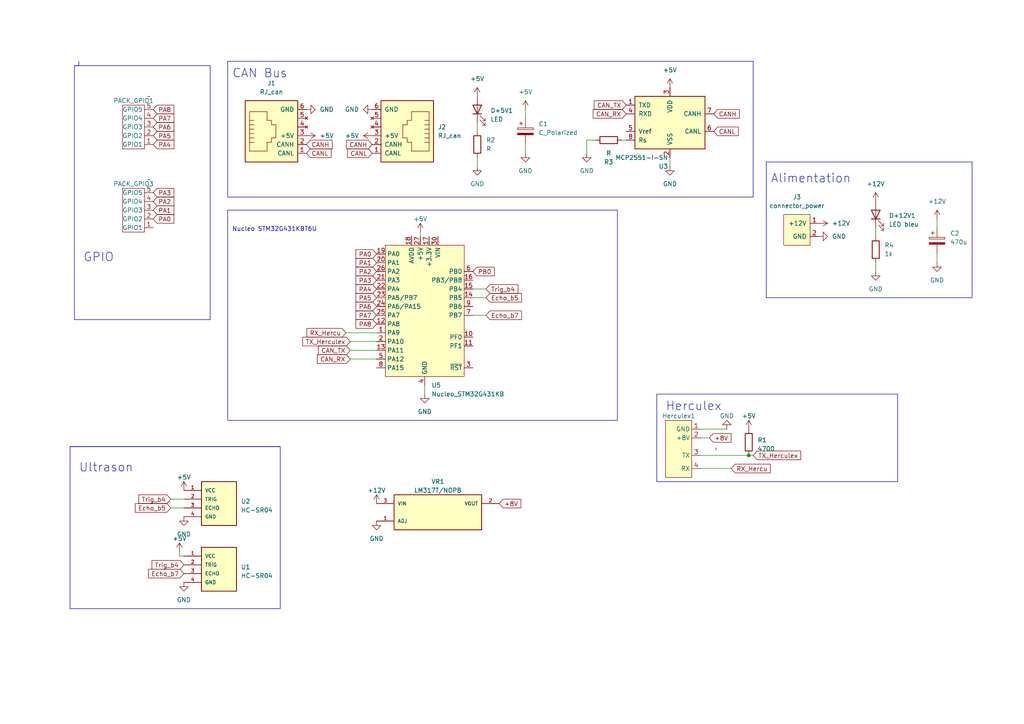
<source format=kicad_sch>
(kicad_sch (version 20230121) (generator eeschema)
  (paper "A4")
  (lib_symbols
    (symbol "+12V_1" (power) (pin_names (offset 0))
      (property "Value" "+12V_1" (at 0 3.556 0))
      (symbol "+12V_1_0_1"
        (polyline (pts (xy -0.762 1.27) (xy 0 2.54)))
        (polyline (pts (xy 0 0) (xy 0 2.54)))
        (polyline (pts (xy 0 2.54) (xy 0.762 1.27)))
      )
      (symbol "+12V_1_1_1"
        (pin power_in line (at 0 0 90) (length 0) hide (name "+12V") (number "1"))
      )
    )
    (symbol "+5V_1" (power) (pin_names (offset 0))
      (property "Value" "+5V_1" (at 0 3.556 0))
      (symbol "+5V_1_0_1"
        (polyline (pts (xy -0.762 1.27) (xy 0 2.54)))
        (polyline (pts (xy 0 0) (xy 0 2.54)))
        (polyline (pts (xy 0 2.54) (xy 0.762 1.27)))
      )
      (symbol "+5V_1_1_1"
        (pin power_in line (at 0 0 90) (length 0) hide (name "+5V") (number "1"))
      )
    )
    (symbol "+5V_2" (power) (pin_names (offset 0))
      (property "Value" "+5V_2" (at 0 3.556 0))
      (symbol "+5V_2_0_1"
        (polyline (pts (xy -0.762 1.27) (xy 0 2.54)))
        (polyline (pts (xy 0 0) (xy 0 2.54)))
        (polyline (pts (xy 0 2.54) (xy 0.762 1.27)))
      )
      (symbol "+5V_2_1_1"
        (pin power_in line (at 0 0 90) (length 0) hide (name "+5V") (number "1"))
      )
    )
    (symbol "+5V_3" (power) (pin_names (offset 0))
      (property "Value" "+5V_3" (at 0 3.556 0))
      (symbol "+5V_3_0_1"
        (polyline (pts (xy -0.762 1.27) (xy 0 2.54)))
        (polyline (pts (xy 0 0) (xy 0 2.54)))
        (polyline (pts (xy 0 2.54) (xy 0.762 1.27)))
      )
      (symbol "+5V_3_1_1"
        (pin power_in line (at 0 0 90) (length 0) hide (name "+5V") (number "1"))
      )
    )
    (symbol "+5V_4" (power) (pin_names (offset 0))
      (property "Value" "+5V_4" (at 0 3.556 0))
      (symbol "+5V_4_0_1"
        (polyline (pts (xy -0.762 1.27) (xy 0 2.54)))
        (polyline (pts (xy 0 0) (xy 0 2.54)))
        (polyline (pts (xy 0 2.54) (xy 0.762 1.27)))
      )
      (symbol "+5V_4_1_1"
        (pin power_in line (at 0 0 90) (length 0) hide (name "+5V") (number "1"))
      )
    )
    (symbol "Device:C_Polarized" (pin_numbers hide) (pin_names (offset 0.254))
      (property "Reference" "C" (at 0.635 2.54 0))
      (property "Value" "C_Polarized" (at 0.635 -2.54 0))
      (symbol "C_Polarized_0_1"
        (rectangle (start -2.286 0.508) (end 2.286 1.016))
        (polyline (pts (xy -1.778 2.286) (xy -0.762 2.286)))
        (polyline (pts (xy -1.27 2.794) (xy -1.27 1.778)))
        (rectangle (start 2.286 -0.508) (end -2.286 -1.016) (fill (type outline)))
      )
      (symbol "C_Polarized_1_1"
        (pin passive line (at 0 3.81 270) (length 2.794) (name "~") (number "1"))
        (pin passive line (at 0 -3.81 90) (length 2.794) (name "~") (number "2"))
      )
    )
    (symbol "Device:LED" (pin_numbers hide) (pin_names (offset 1.016) hide)
      (property "Reference" "D" (at 0 2.54 0))
      (property "Value" "LED" (at 0 -2.54 0))
      (symbol "LED_0_1"
        (polyline (pts (xy -1.27 -1.27) (xy -1.27 1.27)) (stroke (width 0.254)))
        (polyline (pts (xy -1.27 0) (xy 1.27 0)))
        (polyline (pts (xy 1.27 -1.27) (xy 1.27 1.27) (xy -1.27 0) (xy 1.27 -1.27)) (stroke (width 0.254)))
        (polyline (pts (xy -3.048 -0.762) (xy -4.572 -2.286) (xy -3.81 -2.286) (xy -4.572 -2.286) (xy -4.572 -1.524)))
        (polyline (pts (xy -1.778 -0.762) (xy -3.302 -2.286) (xy -2.54 -2.286) (xy -3.302 -2.286) (xy -3.302 -1.524)))
      )
      (symbol "LED_1_1"
        (pin passive line (at -3.81 0 0) (length 2.54) (name "K") (number "1"))
        (pin passive line (at 3.81 0 180) (length 2.54) (name "A") (number "2"))
      )
    )
    (symbol "Device:R" (pin_numbers hide) (pin_names (offset 0))
      (property "Reference" "R" (at 2.032 0 90))
      (property "Value" "R" (at 0 0 90))
      (symbol "R_0_1"
        (rectangle (start -1.016 -2.54) (end 1.016 2.54) (stroke (width 0.254)))
      )
      (symbol "R_1_1"
        (pin passive line (at 0 3.81 270) (length 1.27) (name "~") (number "1"))
        (pin passive line (at 0 -3.81 90) (length 1.27) (name "~") (number "2"))
      )
    )
    (symbol "GND_1" (power) (pin_names (offset 0))
      (property "Value" "GND_1" (at 0 -3.81 0))
      (symbol "GND_1_0_1"
        (polyline (pts (xy 0 0) (xy 0 -1.27) (xy 1.27 -1.27) (xy 0 -2.54) (xy -1.27 -1.27) (xy 0 -1.27)))
      )
      (symbol "GND_1_1_1"
        (pin power_in line (at 0 0 270) (length 0) hide (name "GND") (number "1"))
      )
    )
    (symbol "GND_2" (power) (pin_names (offset 0))
      (property "Value" "GND_2" (at 0 -3.81 0))
      (symbol "GND_2_0_1"
        (polyline (pts (xy 0 0) (xy 0 -1.27) (xy 1.27 -1.27) (xy 0 -2.54) (xy -1.27 -1.27) (xy 0 -1.27)))
      )
      (symbol "GND_2_1_1"
        (pin power_in line (at 0 0 270) (length 0) hide (name "GND") (number "1"))
      )
    )
    (symbol "GND_3" (power) (pin_names (offset 0))
      (property "Value" "GND_3" (at 0 -3.81 0))
      (symbol "GND_3_0_1"
        (polyline (pts (xy 0 0) (xy 0 -1.27) (xy 1.27 -1.27) (xy 0 -2.54) (xy -1.27 -1.27) (xy 0 -1.27)))
      )
      (symbol "GND_3_1_1"
        (pin power_in line (at 0 0 270) (length 0) hide (name "GND") (number "1"))
      )
    )
    (symbol "GND_4" (power) (pin_names (offset 0))
      (property "Value" "GND_4" (at 0 -3.81 0))
      (symbol "GND_4_0_1"
        (polyline (pts (xy 0 0) (xy 0 -1.27) (xy 1.27 -1.27) (xy 0 -2.54) (xy -1.27 -1.27) (xy 0 -1.27)))
      )
      (symbol "GND_4_1_1"
        (pin power_in line (at 0 0 270) (length 0) hide (name "GND") (number "1"))
      )
    )
    (symbol "GND_5" (power) (pin_names (offset 0))
      (property "Value" "GND_5" (at 0 -3.81 0))
      (symbol "GND_5_0_1"
        (polyline (pts (xy 0 0) (xy 0 -1.27) (xy 1.27 -1.27) (xy 0 -2.54) (xy -1.27 -1.27) (xy 0 -1.27)))
      )
      (symbol "GND_5_1_1"
        (pin power_in line (at 0 0 270) (length 0) hide (name "GND") (number "1"))
      )
    )
    (symbol "HC-SR04:HC-SR04" (pin_names (offset 1.016))
      (property "Reference" "U" (at 0 5.0813 0))
      (property "Value" "HC-SR04" (at 0 -10.163 0))
      (symbol "HC-SR04_0_0"
        (rectangle (start 0 -7.62) (end 10.16 5.08) (stroke (width 0.254)) (fill (type background)))
        (pin power_in line (at -5.08 2.54 0) (length 5.08) (name "VCC") (number "1"))
        (pin bidirectional line (at -5.08 0 0) (length 5.08) (name "TRIG") (number "2"))
        (pin bidirectional line (at -5.08 -2.54 0) (length 5.08) (name "ECHO") (number "3"))
        (pin power_in line (at -5.08 -5.08 0) (length 5.08) (name "GND") (number "4"))
      )
    )
    (symbol "Interface_CAN_LIN:MCP2551-I-SN" (pin_names (offset 1.016))
      (property "Reference" "U" (at -10.16 8.89 0))
      (property "Value" "MCP2551-I-SN" (at 2.54 8.89 0))
      (symbol "MCP2551-I-SN_0_1"
        (rectangle (start -10.16 7.62) (end 10.16 -7.62) (stroke (width 0.254)) (fill (type background)))
      )
      (symbol "MCP2551-I-SN_1_1"
        (pin input line (at -12.7 5.08 0) (length 2.54) (name "TXD") (number "1"))
        (pin power_in line (at 0 -10.16 90) (length 2.54) (name "VSS") (number "2"))
        (pin power_in line (at 0 10.16 270) (length 2.54) (name "VDD") (number "3"))
        (pin output line (at -12.7 2.54 0) (length 2.54) (name "RXD") (number "4"))
        (pin power_out line (at -12.7 -2.54 0) (length 2.54) (name "Vref") (number "5"))
        (pin bidirectional line (at 12.7 -2.54 180) (length 2.54) (name "CANL") (number "6"))
        (pin bidirectional line (at 12.7 2.54 180) (length 2.54) (name "CANH") (number "7"))
        (pin input line (at -12.7 -5.08 0) (length 2.54) (name "Rs") (number "8"))
      )
    )
    (symbol "LM317T_NOPB:LM317T{slash}NOPB" (pin_names (offset 1.016))
      (property "Reference" "VR" (at -12.7 5.842 0))
      (property "Value" "LM317T{slash}NOPB" (at -12.7 -5.842 0))
      (symbol "LM317T{slash}NOPB_0_0"
        (rectangle (start -12.7 -5.08) (end 12.7 5.08) (stroke (width 0.254)) (fill (type background)))
        (pin passive line (at -17.78 -2.54 0) (length 5.08) (name "ADJ") (number "1"))
        (pin output line (at 17.78 2.54 180) (length 5.08) (name "VOUT") (number "2"))
        (pin input line (at -17.78 2.54 0) (length 5.08) (name "VIN") (number "3"))
      )
    )
    (symbol "PCM_Robot:Nucleo_STM32G431KB"
      (property "Reference" "U" (at 16.51 21.59 0))
      (property "Value" "Nucleo_STM32G431KB" (at 22.86 19.05 0))
      (symbol "Nucleo_STM32G431KB_0_1"
        (rectangle (start -11.43 19.05) (end 11.43 -19.05) (fill (type background)))
      )
      (symbol "Nucleo_STM32G431KB_1_1"
        (pin bidirectional line (at -13.97 -6.35 0) (length 2.54) (name "PA9") (number "1"))
        (pin bidirectional line (at 13.97 -7.62 180) (length 2.54) (name "PF0") (number "10"))
        (pin bidirectional line (at 13.97 -10.16 180) (length 2.54) (name "PF1") (number "11"))
        (pin bidirectional line (at -13.97 -3.81 0) (length 2.54) (name "PA8") (number "12"))
        (pin bidirectional line (at -13.97 -11.43 0) (length 2.54) (name "PA11") (number "13"))
        (pin bidirectional line (at 13.97 3.81 180) (length 2.54) (name "PB5") (number "14"))
        (pin bidirectional line (at 13.97 6.35 180) (length 2.54) (name "PB4") (number "15"))
        (pin bidirectional line (at 13.97 8.89 180) (length 2.54) (name "PB3/PB8") (number "16"))
        (pin power_in line (at 1.27 21.59 270) (length 2.54) (name "+3.3V") (number "17"))
        (pin power_in line (at -3.81 21.59 270) (length 2.54) (name "AVDD") (number "18"))
        (pin bidirectional line (at -13.97 16.51 0) (length 2.54) (name "PA0") (number "19"))
        (pin bidirectional line (at -13.97 -8.89 0) (length 2.54) (name "PA10") (number "2"))
        (pin bidirectional line (at -13.97 13.97 0) (length 2.54) (name "PA1") (number "20"))
        (pin bidirectional line (at -13.97 8.89 0) (length 2.54) (name "PA3") (number "21"))
        (pin bidirectional line (at -13.97 6.35 0) (length 2.54) (name "PA4") (number "22"))
        (pin bidirectional line (at -13.97 3.81 0) (length 2.54) (name "PA5/PB7") (number "23"))
        (pin bidirectional line (at -13.97 1.27 0) (length 2.54) (name "PA6/PA15") (number "24"))
        (pin bidirectional line (at -13.97 -1.27 0) (length 2.54) (name "PA7") (number "25"))
        (pin bidirectional line (at -13.97 11.43 0) (length 2.54) (name "PA2") (number "26"))
        (pin power_in line (at -1.27 21.59 270) (length 2.54) (name "+5V") (number "27"))
        (pin passive line (at 13.97 -16.51 180) (length 2.54) hide (name "~{RST}") (number "28"))
        (pin passive line (at 0 -21.59 90) (length 2.54) hide (name "GND") (number "29"))
        (pin bidirectional line (at 13.97 -16.51 180) (length 2.54) (name "~{RST}") (number "3"))
        (pin power_in line (at 3.81 21.59 270) (length 2.54) (name "VIN") (number "30"))
        (pin power_in line (at 0 -21.59 90) (length 2.54) (name "GND") (number "4"))
        (pin bidirectional line (at -13.97 -13.97 0) (length 2.54) (name "PA12") (number "5"))
        (pin bidirectional line (at 13.97 11.43 180) (length 2.54) (name "PB0") (number "6"))
        (pin bidirectional line (at 13.97 -1.27 180) (length 2.54) (name "PB7") (number "7"))
        (pin bidirectional line (at -13.97 -16.51 0) (length 2.54) (name "PA15") (number "8"))
        (pin bidirectional line (at 13.97 1.27 180) (length 2.54) (name "PB6") (number "9"))
      )
    )
    (symbol "Robot:RJ_can" (pin_names (offset 1.016))
      (property "Reference" "J1" (at 0 15.24 0))
      (property "Value" "RJ_can" (at 0 12.7 0))
      (symbol "RJ_can_0_1"
        (polyline (pts (xy -6.35 -1.905) (xy -5.08 -1.905) (xy -5.08 -1.905)))
        (polyline (pts (xy -6.35 -0.635) (xy -5.08 -0.635) (xy -5.08 -0.635)))
        (polyline (pts (xy -6.35 0.635) (xy -5.08 0.635) (xy -5.08 0.635)))
        (polyline (pts (xy -6.35 1.905) (xy -5.08 1.905) (xy -5.08 1.905)))
        (polyline (pts (xy -6.35 3.175) (xy -5.08 3.175) (xy -5.08 3.175)))
        (polyline (pts (xy -5.08 4.445) (xy -6.35 4.445) (xy -6.35 4.445)))
        (polyline (pts (xy -6.35 -4.445) (xy -6.35 6.985) (xy -1.27 6.985) (xy -1.27 4.445) (xy 0 4.445) (xy 0 3.175) (xy 1.27 3.175) (xy 1.27 -0.635) (xy 0 -0.635) (xy 0 -1.905) (xy -1.27 -1.905) (xy -1.27 -4.445) (xy -6.35 -4.445) (xy -6.35 -4.445)))
        (rectangle (start 7.62 10.16) (end -7.62 -7.62) (stroke (width 0.254)) (fill (type background)))
      )
      (symbol "RJ_can_1_1"
        (pin bidirectional line (at 10.16 -5.08 180) (length 2.54) (name "CANL") (number "1"))
        (pin passive line (at 10.16 -2.54 180) (length 2.54) (name "CANH") (number "2"))
        (pin power_out line (at 10.16 0 180) (length 2.54) (name "+5V") (number "3"))
        (pin no_connect line (at 10.16 2.54 180) (length 2.54) (name "") (number "4"))
        (pin no_connect line (at 10.16 5.08 180) (length 2.54) (name "~") (number "5"))
        (pin power_out line (at 10.16 7.62 180) (length 2.54) (name "GND") (number "6"))
      )
    )
    (symbol "Robot:connector_power" (pin_names (offset 1))
      (property "Reference" "J" (at 0 0 0))
      (property "Value" "connector_power" (at 0 1.905 0))
      (symbol "connector_power_0_1"
        (rectangle (start -6.35 -1.27) (end 1.27 -10.16) (fill (type background)))
      )
      (symbol "connector_power_1_1"
        (pin power_out line (at 3.81 -3.81 180) (length 2.54) (name "+12V") (number "1"))
        (pin power_out line (at 3.81 -7.62 180) (length 2.54) (name "GND") (number "2"))
      )
    )
    (symbol "club_robot_claudia_sym:GPIO"
      (property "Reference" "PACK_GPIO" (at 1.27 0 0))
      (symbol "GPIO_0_1"
        (rectangle (start -3.81 -15.24) (end 2.54 -2.54))
      )
      (symbol "GPIO_1_1"
        (pin output line (at 5.08 -13.97 180) (length 2.54) (name "GPIO1") (number "1"))
        (pin output line (at 5.08 -11.43 180) (length 2.54) (name "GPIO2") (number "2"))
        (pin output line (at 5.08 -8.89 180) (length 2.54) (name "GPIO3") (number "3"))
        (pin output line (at 5.08 -6.35 180) (length 2.54) (name "GPIO4") (number "4"))
        (pin output line (at 5.08 -3.81 180) (length 2.54) (name "GPIO5") (number "5"))
      )
    )
    (symbol "club_robot_claudia_sym:herculex"
      (property "Reference" "Herculex" (at -10.16 5.08 0))
      (symbol "herculex_0_1"
        (rectangle (start -13.97 3.81) (end -6.35 -12.7) (fill (type background)))
      )
      (symbol "herculex_1_1"
        (pin power_in line (at -3.81 1.27 180) (length 2.54) (name "GND") (number "1"))
        (pin power_in line (at -3.81 -1.27 180) (length 2.54) (name "+8V") (number "2"))
        (pin output line (at -3.81 -6.35 180) (length 2.54) (name "TX") (number "3"))
        (pin output line (at -3.81 -10.16 180) (length 2.54) (name "RX") (number "4"))
      )
    )
    (symbol "power:+12V" (power) (pin_names (offset 0))
      (property "Value" "+12V" (at 0 3.556 0))
      (symbol "+12V_0_1"
        (polyline (pts (xy -0.762 1.27) (xy 0 2.54)))
        (polyline (pts (xy 0 0) (xy 0 2.54)))
        (polyline (pts (xy 0 2.54) (xy 0.762 1.27)))
      )
      (symbol "+12V_1_1"
        (pin power_in line (at 0 0 90) (length 0) hide (name "+12V") (number "1"))
      )
    )
    (symbol "power:+5V" (power) (pin_names (offset 0))
      (property "Value" "+5V" (at 0 3.556 0))
      (symbol "+5V_0_1"
        (polyline (pts (xy -0.762 1.27) (xy 0 2.54)))
        (polyline (pts (xy 0 0) (xy 0 2.54)))
        (polyline (pts (xy 0 2.54) (xy 0.762 1.27)))
      )
      (symbol "+5V_1_1"
        (pin power_in line (at 0 0 90) (length 0) hide (name "+5V") (number "1"))
      )
    )
    (symbol "power:GND" (power) (pin_names (offset 0))
      (property "Value" "GND" (at 0 -3.81 0))
      (symbol "GND_0_1"
        (polyline (pts (xy 0 0) (xy 0 -1.27) (xy 1.27 -1.27) (xy 0 -2.54) (xy -1.27 -1.27) (xy 0 -1.27)))
      )
      (symbol "GND_1_1"
        (pin power_in line (at 0 0 270) (length 0) hide (name "GND") (number "1"))
      )
    )
  )
  (junction (at 217.17 132.08))
  (polyline (pts (xy 281.94 86.36) (xy 222.25 86.36)))
  (polyline (pts (xy 60.96 19.05) (xy 60.96 92.71)))
  (wire (pts (xy 49.53 147.32) (xy 53.34 147.32)))
  (wire (pts (xy 254 66.04) (xy 254 68.58)))
  (wire (pts (xy 140.97 91.44) (xy 137.16 91.44)))
  (wire (pts (xy 49.53 144.78) (xy 53.34 144.78)))
  (wire (pts (xy 138.43 45.72) (xy 138.43 48.26)))
  (wire (pts (xy 210.82 124.46) (xy 203.2 124.46)))
  (wire (pts (xy 254 76.2) (xy 254 78.74)))
  (wire (pts (xy 152.4 41.91) (xy 152.4 44.45)))
  (polyline (pts (xy 81.28 129.54) (xy 81.28 176.53)))
  (wire (pts (xy 218.44 132.08) (xy 217.17 132.08)))
  (wire (pts (xy 140.97 83.82) (xy 137.16 83.82)))
  (polyline (pts (xy 81.28 176.53) (xy 20.32 176.53)))
  (wire (pts (xy 101.6 99.06) (xy 109.22 99.06)))
  (polyline (pts (xy 20.32 129.54) (xy 81.28 129.54)))
  (polyline (pts (xy 222.25 46.99) (xy 222.25 86.36)))
  (wire (pts (xy 205.74 127) (xy 203.2 127)))
  (wire (pts (xy 180.34 40.64) (xy 181.61 40.64)))
  (polyline (pts (xy 22.86 19.05) (xy 22.86 17.78)))
  (polyline (pts (xy 218.44 17.78) (xy 218.44 57.15)))
  (wire (pts (xy 101.6 101.6) (xy 109.22 101.6)))
  (wire (pts (xy 152.4 31.75) (xy 152.4 34.29)))
  (polyline (pts (xy 21.59 92.71) (xy 21.59 19.05)))
  (wire (pts (xy 101.6 104.14) (xy 109.22 104.14)))
  (polyline (pts (xy 222.25 46.99) (xy 281.94 46.99)))
  (wire (pts (xy 271.78 73.66) (xy 271.78 76.2)))
  (wire (pts (xy 100.33 96.52) (xy 109.22 96.52)))
  (wire (pts (xy 121.92 67.31) (xy 121.92 68.58)))
  (wire (pts (xy 123.19 111.76) (xy 123.19 114.3)))
  (wire (pts (xy 217.17 132.08) (xy 203.2 132.08)))
  (wire (pts (xy 194.31 48.26) (xy 194.31 45.72)))
  (polyline (pts (xy 66.04 17.78) (xy 66.04 57.15)))
  (polyline (pts (xy 21.59 19.05) (xy 60.96 19.05)))
  (wire (pts (xy 212.09 135.89) (xy 203.2 135.89)))
  (wire (pts (xy 140.97 86.36) (xy 137.16 86.36)))
  (wire (pts (xy 53.34 161.29) (xy 52.07 161.29)))
  (polyline (pts (xy 218.44 57.15) (xy 66.04 57.15)))
  (wire (pts (xy 170.18 40.64) (xy 172.72 40.64)))
  (polyline (pts (xy 21.59 19.05) (xy 22.86 19.05)))
  (wire (pts (xy 271.78 63.5) (xy 271.78 66.04)))
  (wire (pts (xy 52.07 161.29) (xy 52.07 160.02)))
  (wire (pts (xy 170.18 44.45) (xy 170.18 40.64)))
  (polyline (pts (xy 281.94 46.99) (xy 281.94 86.36)))
  (polyline (pts (xy 20.32 176.53) (xy 20.32 129.54)))
  (polyline (pts (xy 60.96 92.71) (xy 21.59 92.71)))
  (wire (pts (xy 138.43 35.56) (xy 138.43 38.1)))
  (polyline (pts (xy 66.04 17.78) (xy 218.44 17.78)))
  (polyline (pts (xy 20.32 129.54) (xy 81.28 129.54)))
  (rectangle (start 190.5 114.3) (end 260.35 139.7))
  (rectangle (start 66.04 60.96) (end 179.07 121.92))
  (text "Herculex\n" (at 193.04 119.38 0) (effects (font (size 2.49 2.49)) (justify left bottom)))
  (text "Alimentation" (at 223.52 53.34 0) (effects (font (size 2.49 2.49)) (justify left bottom)))
  (text "CAN Bus" (at 67.31 22.86 0) (effects (font (size 2.49 2.49)) (justify left bottom)))
  (text "Ultrason\n" (at 22.86 137.16 0) (effects (font (size 2.49 2.49)) (justify left bottom)))
  (text "GPIO\n" (at 24.13 76.2 0) (effects (font (size 2.49 2.49)) (justify left bottom)))
  (text "Nucleo STM32G431KBT6U" (at 67.31 67.31 0) (effects (font (size 1.27 1.27)) (justify left bottom)))
  (global_label "PA8" (shape input) (at 44.45 31.75 0) (property "Intersheetrefs" "${INTERSHEET_REFS}" (effects hide)))
  (global_label "PA2" (shape input) (at 109.22 78.74 180) (property "Intersheetrefs" "${INTERSHEET_REFS}" (effects hide)))
  (global_label "+8V" (shape input) (at 205.74 127 0) (property "Intersheetrefs" "${INTERSHEET_REFS}" (effects hide)))
  (global_label "CAN_RX" (shape input) (at 101.6 104.14 180) (property "Intersheetrefs" "${INTERSHEET_REFS}" (effects hide)) (property "Références Inter-Feuilles" "${INTERSHEET_REFS}" (effects hide)))
  (global_label "CAN_TX" (shape input) (at 101.6 101.6 180) (property "Intersheetrefs" "${INTERSHEET_REFS}" (effects hide)) (property "Références Inter-Feuilles" "${INTERSHEET_REFS}" (effects hide)))
  (global_label "Echo_b7" (shape input) (at 140.97 91.44 0) (property "Intersheetrefs" "${INTERSHEET_REFS}" (effects hide)))
  (global_label "PA4" (shape input) (at 44.45 41.91 0) (property "Intersheetrefs" "${INTERSHEET_REFS}" (effects hide)))
  (global_label "PA5" (shape input) (at 109.22 86.36 180) (property "Intersheetrefs" "${INTERSHEET_REFS}" (effects hide)))
  (global_label "CANH" (shape input) (at 207.01 33.02 0) (property "Intersheetrefs" "${INTERSHEET_REFS}" (effects hide)) (property "Références Inter-Feuilles" "${INTERSHEET_REFS}" (effects hide)))
  (global_label "PA5" (shape input) (at 44.45 39.37 0) (property "Intersheetrefs" "${INTERSHEET_REFS}" (effects hide)))
  (global_label "RX_Hercu" (shape input) (at 100.33 96.52 180) (property "Intersheetrefs" "${INTERSHEET_REFS}" (effects hide)))
  (global_label "CAN_TX" (shape input) (at 181.61 30.48 180) (property "Intersheetrefs" "${INTERSHEET_REFS}" (effects hide)) (property "Références Inter-Feuilles" "${INTERSHEET_REFS}" (effects hide)))
  (global_label "PA0" (shape input) (at 109.22 73.66 180) (property "Intersheetrefs" "${INTERSHEET_REFS}" (effects hide)))
  (global_label "Echo_b5" (shape input) (at 140.97 86.36 0) (property "Intersheetrefs" "${INTERSHEET_REFS}" (effects hide)))
  (global_label "PA1" (shape input) (at 109.22 76.2 180) (property "Intersheetrefs" "${INTERSHEET_REFS}" (effects hide)))
  (global_label "Trig_b4" (shape input) (at 140.97 83.82 0) (property "Intersheetrefs" "${INTERSHEET_REFS}" (effects hide)))
  (global_label "PA6" (shape input) (at 44.45 36.83 0) (property "Intersheetrefs" "${INTERSHEET_REFS}" (effects hide)))
  (global_label "PA2" (shape input) (at 44.45 58.42 0) (property "Intersheetrefs" "${INTERSHEET_REFS}" (effects hide)))
  (global_label "PA3" (shape input) (at 44.45 55.88 0) (property "Intersheetrefs" "${INTERSHEET_REFS}" (effects hide)))
  (global_label "Trig_b4" (shape input) (at 53.34 163.83 180) (property "Intersheetrefs" "${INTERSHEET_REFS}" (effects hide)))
  (global_label "CANL" (shape input) (at 107.95 44.45 180) (property "Intersheetrefs" "${INTERSHEET_REFS}" (effects hide)) (property "Références Inter-Feuilles" "${INTERSHEET_REFS}" (effects hide)))
  (global_label "PA7" (shape input) (at 109.22 91.44 180) (property "Intersheetrefs" "${INTERSHEET_REFS}" (effects hide)))
  (global_label "TX_Herculex" (shape input) (at 101.6 99.06 180) (property "Intersheetrefs" "${INTERSHEET_REFS}" (effects hide)))
  (global_label "PA0" (shape input) (at 44.45 63.5 0) (property "Intersheetrefs" "${INTERSHEET_REFS}" (effects hide)))
  (global_label "PA6" (shape input) (at 109.22 88.9 180) (property "Intersheetrefs" "${INTERSHEET_REFS}" (effects hide)))
  (global_label "Echo_b7" (shape input) (at 53.34 166.37 180) (property "Intersheetrefs" "${INTERSHEET_REFS}" (effects hide)))
  (global_label "Trig_b4" (shape input) (at 49.53 144.78 180) (property "Intersheetrefs" "${INTERSHEET_REFS}" (effects hide)))
  (global_label "CAN_RX" (shape input) (at 181.61 33.02 180) (property "Intersheetrefs" "${INTERSHEET_REFS}" (effects hide)) (property "Références Inter-Feuilles" "${INTERSHEET_REFS}" (effects hide)))
  (global_label "RX_Hercu" (shape input) (at 212.09 135.89 0) (property "Intersheetrefs" "${INTERSHEET_REFS}" (effects hide)))
  (global_label "CANH" (shape input) (at 88.9 41.91 0) (property "Intersheetrefs" "${INTERSHEET_REFS}" (effects hide)) (property "Références Inter-Feuilles" "${INTERSHEET_REFS}" (effects hide)))
  (global_label "+8V" (shape input) (at 144.78 146.05 0) (property "Intersheetrefs" "${INTERSHEET_REFS}" (effects hide)))
  (global_label "CANL" (shape input) (at 207.01 38.1 0) (property "Intersheetrefs" "${INTERSHEET_REFS}" (effects hide)) (property "Références Inter-Feuilles" "${INTERSHEET_REFS}" (effects hide)))
  (global_label "PA3" (shape input) (at 109.22 81.28 180) (property "Intersheetrefs" "${INTERSHEET_REFS}" (effects hide)))
  (global_label "PA4" (shape input) (at 109.22 83.82 180) (property "Intersheetrefs" "${INTERSHEET_REFS}" (effects hide)))
  (global_label "Echo_b5" (shape input) (at 49.53 147.32 180) (property "Intersheetrefs" "${INTERSHEET_REFS}" (effects hide)))
  (global_label "CANL" (shape input) (at 88.9 44.45 0) (property "Intersheetrefs" "${INTERSHEET_REFS}" (effects hide)) (property "Références Inter-Feuilles" "${INTERSHEET_REFS}" (effects hide)))
  (global_label "PA8" (shape input) (at 109.22 93.98 180) (property "Intersheetrefs" "${INTERSHEET_REFS}" (effects hide)))
  (global_label "CANH" (shape input) (at 107.95 41.91 180) (property "Intersheetrefs" "${INTERSHEET_REFS}" (effects hide)) (property "Références Inter-Feuilles" "${INTERSHEET_REFS}" (effects hide)))
  (global_label "PA7" (shape input) (at 44.45 34.29 0) (property "Intersheetrefs" "${INTERSHEET_REFS}" (effects hide)))
  (global_label "TX_Herculex" (shape input) (at 218.44 132.08 0) (property "Intersheetrefs" "${INTERSHEET_REFS}" (effects hide)))
  (global_label "PB0" (shape input) (at 137.16 78.74 0) (property "Intersheetrefs" "${INTERSHEET_REFS}" (effects hide)))
  (global_label "PA1" (shape input) (at 44.45 60.96 0) (property "Intersheetrefs" "${INTERSHEET_REFS}" (effects hide)))
  (symbol (lib_id "power:+5V") (at 107.95 39.37 90) (unit 1)
    (property "Reference" "#PWR014" (effects hide))
    (property "Value" "+5V" (at 104.14 39.3699 90) (effects (justify left)))
  )
  (symbol (lib_id "HC-SR04:HC-SR04") (at 58.42 163.83 0) (unit 1)
    (property "Reference" "U1" (at 69.85 164.465 0) (effects (justify left)))
    (property "Value" "HC-SR04" (at 69.85 167.005 0) (effects (justify left)))
    (property "Footprint" "XCVR_HC-SR04" (effects hide))
    (property "MANUFACTURER" "Osepp" (effects hide))
  )
  (symbol (lib_id "Device:LED") (at 138.43 31.75 90) (unit 1)
    (property "Reference" "D+5V1" (at 142.24 32.0674 90) (effects (justify right)))
    (property "Value" "LED" (at 142.24 34.6074 90) (effects (justify right)))
    (property "Footprint" "LED_THT:LED_D5.0mm" (effects hide))
  )
  (symbol (lib_id "power:GND") (at 170.18 44.45 0) (unit 1)
    (property "Reference" "#PWR019" (effects hide))
    (property "Value" "GND" (at 170.18 49.53 0))
  )
  (symbol (lib_name "+5V_2") (lib_id "power:+5V") (at 52.07 160.02 0) (unit 1)
    (property "Reference" "#PWR05" (effects hide))
    (property "Value" "+5V" (at 52.07 156.21 0))
  )
  (symbol (lib_id "power:GND") (at 152.4 44.45 0) (unit 1)
    (property "Reference" "#PWR018" (effects hide))
    (property "Value" "GND" (at 152.4 49.53 0))
  )
  (symbol (lib_id "power:GND") (at 88.9 31.75 90) (unit 1)
    (property "Reference" "#PWR011" (effects hide))
    (property "Value" "GND" (at 92.71 31.7499 90) (effects (justify right)))
  )
  (symbol (lib_id "power:GND") (at 194.31 48.26 0) (unit 1)
    (property "Reference" "#PWR021" (effects hide))
    (property "Value" "GND" (at 194.31 53.34 0))
  )
  (symbol (lib_id "power:GND") (at 254 78.74 0) (unit 1)
    (property "Reference" "#PWR0108" (effects hide))
    (property "Value" "GND" (at 254 83.82 0))
  )
  (symbol (lib_name "+5V_4") (lib_id "power:+5V") (at 217.17 124.46 0) (unit 1)
    (property "Reference" "#PWR010" (effects hide))
    (property "Value" "+5V" (at 217.17 120.65 0))
  )
  (symbol (lib_id "Robot:RJ_can") (at 118.11 39.37 0) (mirror y) (unit 1)
    (property "Reference" "J2" (at 127 36.8299 0) (effects (justify right)))
    (property "Value" "RJ_can" (at 127 39.3699 0) (effects (justify right)))
    (property "Footprint" "Robot:RJ12" (effects hide))
    (property "Datasheet" "https://www.notion.so/fb11deb952ea4e10a2e068dc0e72e040" (effects hide))
  )
  (symbol (lib_name "+12V_1") (lib_id "power:+12V") (at 109.22 146.05 0) (unit 1)
    (property "Reference" "#PWR09" (effects hide))
    (property "Value" "+12V" (at 109.22 142.24 0))
  )
  (symbol (lib_id "Interface_CAN_LIN:MCP2551-I-SN") (at 194.31 35.56 0) (unit 1)
    (property "Reference" "U3" (at 193.7894 48.26 0) (effects (justify right)))
    (property "Value" "MCP2551-I-SN" (at 193.7894 45.72 0) (effects (justify right)))
    (property "Footprint" "Package_SO:SOIC-8_3.9x4.9mm_P1.27mm" (effects hide))
    (property "Datasheet" "http://ww1.microchip.com/downloads/en/devicedoc/21667d.pdf" (effects hide))
  )
  (symbol (lib_id "power:GND") (at 271.78 76.2 0) (unit 1)
    (property "Reference" "#PWR0103" (effects hide))
    (property "Value" "GND" (at 271.78 81.28 0))
  )
  (symbol (lib_id "Device:R") (at 176.53 40.64 270) (unit 1)
    (property "Reference" "R3" (at 176.53 46.99 90))
    (property "Value" "R" (at 176.53 44.45 90))
    (property "Footprint" "Resistor_SMD:R_0805_2012Metric" (effects hide))
  )
  (symbol (lib_id "Device:R") (at 254 72.39 0) (unit 1)
    (property "Reference" "R4" (at 256.54 71.1199 0) (effects (justify left)))
    (property "Value" "1k" (at 256.54 73.6599 0) (effects (justify left)))
    (property "Footprint" "Resistor_SMD:R_0805_2012Metric" (effects hide))
  )
  (symbol (lib_id "Device:C_Polarized") (at 271.78 69.85 0) (unit 1)
    (property "Reference" "C2" (at 275.59 67.6909 0) (effects (justify left)))
    (property "Value" "470u" (at 275.59 70.2309 0) (effects (justify left)))
    (property "Footprint" "Capacitor_THT:CP_Radial_D5.0mm_P2.00mm" (effects hide))
  )
  (symbol (lib_id "HC-SR04:HC-SR04") (at 58.42 144.78 0) (unit 1)
    (property "Reference" "U2" (at 69.85 145.415 0) (effects (justify left)))
    (property "Value" "HC-SR04" (at 69.85 147.955 0) (effects (justify left)))
    (property "Footprint" "XCVR_HC-SR04" (effects hide))
    (property "MANUFACTURER" "Osepp" (effects hide))
  )
  (symbol (lib_name "GND_3") (lib_id "power:GND") (at 53.34 149.86 0) (unit 1)
    (property "Reference" "#PWR07" (effects hide))
    (property "Value" "GND" (at 53.34 154.94 0))
  )
  (symbol (lib_id "power:+12V") (at 237.49 64.77 270) (unit 1)
    (property "Reference" "#PWR0105" (effects hide))
    (property "Value" "+12V" (at 241.3 64.7699 90) (effects (justify left)))
  )
  (symbol (lib_id "club_robot_claudia_sym:GPIO") (at 39.37 52.07 0) (unit 1)
    (property "Reference" "PACK_GPIO3" (at 38.735 53.34 0))
    (property "Value" "~" (at 43.18 52.07 0))
    (property "Footprint" "Robot:gpio" (effects hide))
  )
  (symbol (lib_id "Device:LED") (at 254 62.23 90) (unit 1)
    (property "Reference" "D+12V1" (at 257.81 62.5474 90) (effects (justify right)))
    (property "Value" "LED bleu" (at 257.81 65.0874 90) (effects (justify right)))
    (property "Footprint" "LED_SMD:LED_0805_2012Metric" (effects hide))
  )
  (symbol (lib_id "power:GND") (at 237.49 68.58 90) (unit 1)
    (property "Reference" "#PWR0107" (effects hide))
    (property "Value" "GND" (at 241.3 68.5799 90) (effects (justify right)))
  )
  (symbol (lib_id "PCM_Robot:Nucleo_STM32G431KB") (at 123.19 90.17 0) (unit 1)
    (property "Reference" "U5" (at 125.1459 111.76 0) (effects (justify left)))
    (property "Value" "Nucleo_STM32G431KB" (at 125.1459 114.3 0) (effects (justify left)))
    (property "Footprint" "Robot:Nucleo_STM32G431KB" (effects hide))
  )
  (symbol (lib_id "power:+5V") (at 88.9 39.37 270) (unit 1)
    (property "Reference" "#PWR012" (effects hide))
    (property "Value" "+5V" (at 92.71 39.3699 90) (effects (justify left)))
  )
  (symbol (lib_name "+5V_3") (lib_id "power:+5V") (at 53.34 142.24 0) (unit 1)
    (property "Reference" "#PWR06" (effects hide))
    (property "Value" "+5V" (at 53.34 138.43 0))
  )
  (symbol (lib_id "Robot:RJ_can") (at 78.74 39.37 0) (unit 1)
    (property "Reference" "J1" (at 78.74 24.13 0))
    (property "Value" "RJ_can" (at 78.74 26.67 0))
    (property "Footprint" "Robot:RJ12" (effects hide))
    (property "Datasheet" "https://www.notion.so/fb11deb952ea4e10a2e068dc0e72e040" (effects hide))
  )
  (symbol (lib_id "Robot:connector_power") (at 233.68 60.96 0) (unit 1)
    (property "Reference" "J3" (at 231.14 57.15 0))
    (property "Value" "connector_power" (at 231.14 59.69 0))
    (property "Footprint" "Robot:WR_TBL_3137_2pins" (effects hide))
  )
  (symbol (lib_id "LM317T_NOPB:LM317T{slash}NOPB") (at 127 148.59 0) (unit 1)
    (property "Reference" "VR1" (at 127 139.7 0))
    (property "Value" "LM317T/NOPB" (at 127 142.24 0))
    (property "Footprint" "TO254P1054X470X1955-3" (effects hide))
    (property "MAXIMUM_PACKAGE_HEIGHT" "19.55mm" (effects hide))
    (property "PARTREV" "Q" (effects hide))
    (property "MANUFACTURER" "Texas Instruments" (effects hide))
    (property "SNAPEDA_PACKAGE_ID" "102750" (effects hide))
    (property "STANDARD" "IPC-7351B" (effects hide))
  )
  (symbol (lib_id "power:+12V") (at 254 58.42 0) (unit 1)
    (property "Reference" "#PWR0106" (effects hide))
    (property "Value" "+12V" (at 254 53.34 0))
  )
  (symbol (lib_id "Device:R") (at 217.17 128.27 0) (unit 1)
    (property "Reference" "R1" (at 219.71 127.635 0) (effects (justify left)))
    (property "Value" "4700" (at 219.71 130.175 0) (effects (justify left)))
    (property "Footprint" "Resistor_SMD:R_0805_2012Metric_Pad1.20x1.40mm_HandSolder" (effects hide))
  )
  (symbol (lib_id "club_robot_claudia_sym:herculex") (at 207.01 125.73 0) (unit 1)
    (property "Reference" "Herculex1" (at 196.85 120.65 0))
    (property "Value" "~" (at 207.645 130.175 90))
    (property "Footprint" "Hercu:herculex" (effects hide))
  )
  (symbol (lib_name "GND_5") (lib_id "power:GND") (at 109.22 151.13 0) (unit 1)
    (property "Reference" "#PWR04" (effects hide))
    (property "Value" "GND" (at 109.22 156.21 0))
  )
  (symbol (lib_id "Device:C_Polarized") (at 152.4 38.1 0) (unit 1)
    (property "Reference" "C1" (at 156.21 35.9409 0) (effects (justify left)))
    (property "Value" "C_Polarized" (at 156.21 38.4809 0) (effects (justify left)))
    (property "Footprint" "Capacitor_THT:CP_Radial_D5.0mm_P2.00mm" (effects hide))
  )
  (symbol (lib_id "power:+12V") (at 271.78 63.5 0) (unit 1)
    (property "Reference" "#PWR0104" (effects hide))
    (property "Value" "+12V" (at 271.78 58.42 0))
  )
  (symbol (lib_id "power:GND") (at 107.95 31.75 270) (unit 1)
    (property "Reference" "#PWR013" (effects hide))
    (property "Value" "GND" (at 104.14 31.7499 90) (effects (justify right)))
  )
  (symbol (lib_name "GND_1") (lib_id "power:GND") (at 123.19 114.3 0) (unit 1)
    (property "Reference" "#PWR02" (effects hide))
    (property "Value" "GND" (at 123.19 119.38 0))
  )
  (symbol (lib_id "power:+5V") (at 194.31 25.4 0) (unit 1)
    (property "Reference" "#PWR020" (effects hide))
    (property "Value" "+5V" (at 194.31 20.32 0))
  )
  (symbol (lib_name "GND_2") (lib_id "power:GND") (at 210.82 124.46 180) (unit 1)
    (property "Reference" "#PWR03" (effects hide))
    (property "Value" "GND" (at 210.82 120.65 0))
  )
  (symbol (lib_name "+5V_1") (lib_id "power:+5V") (at 121.92 67.31 0) (unit 1)
    (property "Reference" "#PWR01" (effects hide))
    (property "Value" "+5V" (at 121.92 63.5 0))
  )
  (symbol (lib_id "club_robot_claudia_sym:GPIO") (at 39.37 27.94 0) (unit 1)
    (property "Reference" "PACK_GPIO1" (at 38.735 29.21 0))
    (property "Value" "~" (at 43.18 27.94 0))
    (property "Footprint" "Robot:gpio" (effects hide))
  )
  (symbol (lib_id "power:GND") (at 138.43 48.26 0) (unit 1)
    (property "Reference" "#PWR016" (effects hide))
    (property "Value" "GND" (at 138.43 53.34 0))
  )
  (symbol (lib_id "power:+5V") (at 152.4 31.75 0) (unit 1)
    (property "Reference" "#PWR017" (effects hide))
    (property "Value" "+5V" (at 152.4 26.67 0))
  )
  (symbol (lib_name "GND_4") (lib_id "power:GND") (at 53.34 168.91 0) (unit 1)
    (property "Reference" "#PWR08" (effects hide))
    (property "Value" "GND" (at 53.34 173.99 0))
  )
  (symbol (lib_id "Device:R") (at 138.43 41.91 0) (unit 1)
    (property "Reference" "R2" (at 140.97 40.6399 0) (effects (justify left)))
    (property "Value" "R" (at 140.97 43.1799 0) (effects (justify left)))
    (property "Footprint" "Resistor_SMD:R_0805_2012Metric" (effects hide))
  )
  (symbol (lib_id "power:+5V") (at 138.43 27.94 0) (unit 1)
    (property "Reference" "#PWR015" (effects hide))
    (property "Value" "+5V" (at 138.43 22.86 0))
  )
)
</source>
